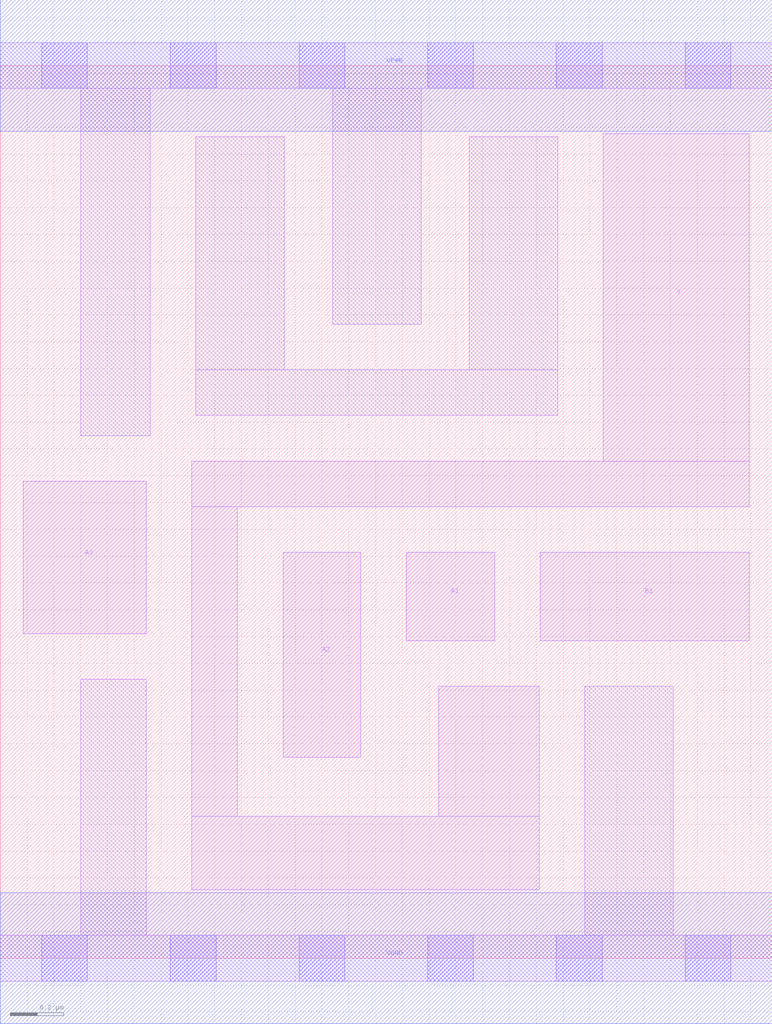
<source format=lef>
# Copyright 2020 The SkyWater PDK Authors
#
# Licensed under the Apache License, Version 2.0 (the "License");
# you may not use this file except in compliance with the License.
# You may obtain a copy of the License at
#
#     https://www.apache.org/licenses/LICENSE-2.0
#
# Unless required by applicable law or agreed to in writing, software
# distributed under the License is distributed on an "AS IS" BASIS,
# WITHOUT WARRANTIES OR CONDITIONS OF ANY KIND, either express or implied.
# See the License for the specific language governing permissions and
# limitations under the License.
#
# SPDX-License-Identifier: Apache-2.0

VERSION 5.7 ;
  NOWIREEXTENSIONATPIN ON ;
  DIVIDERCHAR "/" ;
  BUSBITCHARS "[]" ;
UNITS
  DATABASE MICRONS 200 ;
END UNITS
MACRO sky130_fd_sc_lp__a31oi_1
  CLASS CORE ;
  FOREIGN sky130_fd_sc_lp__a31oi_1 ;
  ORIGIN  0.000000  0.000000 ;
  SIZE  2.880000 BY  3.330000 ;
  SYMMETRY X Y R90 ;
  SITE unit ;
  PIN A1
    ANTENNAGATEAREA  0.315000 ;
    DIRECTION INPUT ;
    USE SIGNAL ;
    PORT
      LAYER li1 ;
        RECT 1.515000 1.185000 1.845000 1.515000 ;
    END
  END A1
  PIN A2
    ANTENNAGATEAREA  0.315000 ;
    DIRECTION INPUT ;
    USE SIGNAL ;
    PORT
      LAYER li1 ;
        RECT 1.055000 0.750000 1.345000 1.515000 ;
    END
  END A2
  PIN A3
    ANTENNAGATEAREA  0.315000 ;
    DIRECTION INPUT ;
    USE SIGNAL ;
    PORT
      LAYER li1 ;
        RECT 0.085000 1.210000 0.545000 1.780000 ;
    END
  END A3
  PIN B1
    ANTENNAGATEAREA  0.315000 ;
    DIRECTION INPUT ;
    USE SIGNAL ;
    PORT
      LAYER li1 ;
        RECT 2.015000 1.185000 2.795000 1.515000 ;
    END
  END B1
  PIN Y
    ANTENNADIFFAREA  0.762300 ;
    DIRECTION OUTPUT ;
    USE SIGNAL ;
    PORT
      LAYER li1 ;
        RECT 0.715000 0.255000 2.010000 0.530000 ;
        RECT 0.715000 0.530000 0.885000 1.685000 ;
        RECT 0.715000 1.685000 2.795000 1.855000 ;
        RECT 1.635000 0.530000 2.010000 1.015000 ;
        RECT 2.250000 1.855000 2.795000 3.075000 ;
    END
  END Y
  PIN VGND
    DIRECTION INOUT ;
    USE GROUND ;
    PORT
      LAYER met1 ;
        RECT 0.000000 -0.245000 2.880000 0.245000 ;
    END
  END VGND
  PIN VPWR
    DIRECTION INOUT ;
    USE POWER ;
    PORT
      LAYER met1 ;
        RECT 0.000000 3.085000 2.880000 3.575000 ;
    END
  END VPWR
  OBS
    LAYER li1 ;
      RECT 0.000000 -0.085000 2.880000 0.085000 ;
      RECT 0.000000  3.245000 2.880000 3.415000 ;
      RECT 0.300000  0.085000 0.545000 1.040000 ;
      RECT 0.300000  1.950000 0.560000 3.245000 ;
      RECT 0.730000  2.025000 2.080000 2.195000 ;
      RECT 0.730000  2.195000 1.060000 3.065000 ;
      RECT 1.240000  2.365000 1.570000 3.245000 ;
      RECT 1.750000  2.195000 2.080000 3.065000 ;
      RECT 2.180000  0.085000 2.510000 1.015000 ;
    LAYER mcon ;
      RECT 0.155000 -0.085000 0.325000 0.085000 ;
      RECT 0.155000  3.245000 0.325000 3.415000 ;
      RECT 0.635000 -0.085000 0.805000 0.085000 ;
      RECT 0.635000  3.245000 0.805000 3.415000 ;
      RECT 1.115000 -0.085000 1.285000 0.085000 ;
      RECT 1.115000  3.245000 1.285000 3.415000 ;
      RECT 1.595000 -0.085000 1.765000 0.085000 ;
      RECT 1.595000  3.245000 1.765000 3.415000 ;
      RECT 2.075000 -0.085000 2.245000 0.085000 ;
      RECT 2.075000  3.245000 2.245000 3.415000 ;
      RECT 2.555000 -0.085000 2.725000 0.085000 ;
      RECT 2.555000  3.245000 2.725000 3.415000 ;
  END
END sky130_fd_sc_lp__a31oi_1
END LIBRARY

</source>
